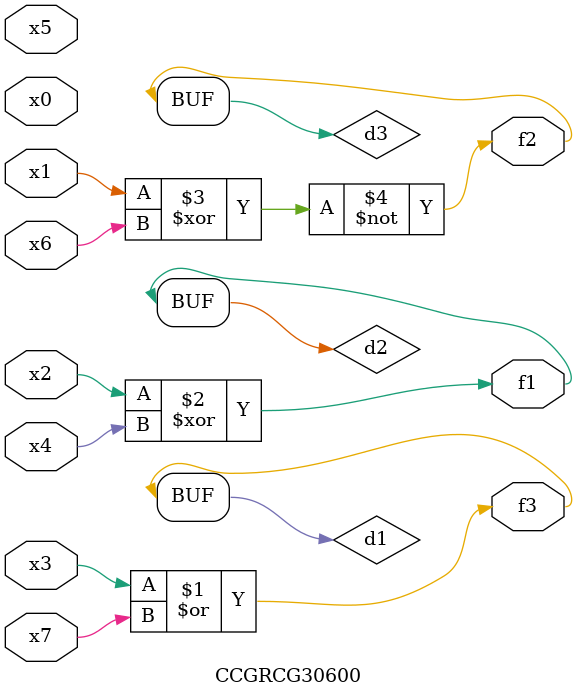
<source format=v>
module CCGRCG30600(
	input x0, x1, x2, x3, x4, x5, x6, x7,
	output f1, f2, f3
);

	wire d1, d2, d3;

	or (d1, x3, x7);
	xor (d2, x2, x4);
	xnor (d3, x1, x6);
	assign f1 = d2;
	assign f2 = d3;
	assign f3 = d1;
endmodule

</source>
